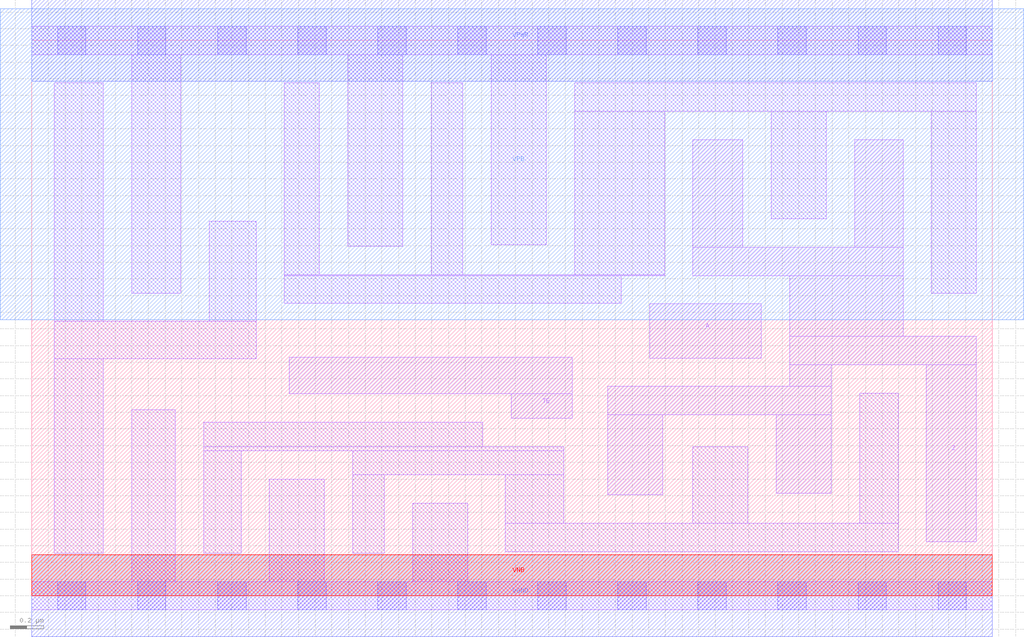
<source format=lef>
# Copyright 2020 The SkyWater PDK Authors
#
# Licensed under the Apache License, Version 2.0 (the "License");
# you may not use this file except in compliance with the License.
# You may obtain a copy of the License at
#
#     https://www.apache.org/licenses/LICENSE-2.0
#
# Unless required by applicable law or agreed to in writing, software
# distributed under the License is distributed on an "AS IS" BASIS,
# WITHOUT WARRANTIES OR CONDITIONS OF ANY KIND, either express or implied.
# See the License for the specific language governing permissions and
# limitations under the License.
#
# SPDX-License-Identifier: Apache-2.0

VERSION 5.7 ;
  NOWIREEXTENSIONATPIN ON ;
  DIVIDERCHAR "/" ;
  BUSBITCHARS "[]" ;
MACRO sky130_fd_sc_lp__einvp_4
  CLASS CORE ;
  FOREIGN sky130_fd_sc_lp__einvp_4 ;
  ORIGIN  0.000000  0.000000 ;
  SIZE  5.760000 BY  3.330000 ;
  SYMMETRY X Y R90 ;
  SITE unit ;
  PIN A
    ANTENNAGATEAREA  1.260000 ;
    DIRECTION INPUT ;
    USE SIGNAL ;
    PORT
      LAYER li1 ;
        RECT 3.705000 1.425000 4.375000 1.750000 ;
    END
  END A
  PIN TE
    ANTENNAGATEAREA  0.819000 ;
    DIRECTION INPUT ;
    USE SIGNAL ;
    PORT
      LAYER li1 ;
        RECT 1.545000 1.210000 3.240000 1.430000 ;
        RECT 2.875000 1.065000 3.240000 1.210000 ;
    END
  END TE
  PIN Z
    ANTENNADIFFAREA  1.520400 ;
    DIRECTION OUTPUT ;
    USE SIGNAL ;
    PORT
      LAYER li1 ;
        RECT 3.455000 0.605000 3.785000 1.085000 ;
        RECT 3.455000 1.085000 4.795000 1.255000 ;
        RECT 3.965000 1.920000 5.225000 2.090000 ;
        RECT 3.965000 2.090000 4.265000 2.735000 ;
        RECT 4.465000 0.615000 4.795000 1.085000 ;
        RECT 4.545000 1.255000 4.795000 1.385000 ;
        RECT 4.545000 1.385000 5.665000 1.555000 ;
        RECT 4.545000 1.555000 5.225000 1.920000 ;
        RECT 4.935000 2.090000 5.225000 2.735000 ;
        RECT 5.365000 0.325000 5.665000 1.385000 ;
    END
  END Z
  PIN VGND
    DIRECTION INOUT ;
    USE GROUND ;
    PORT
      LAYER met1 ;
        RECT 0.000000 -0.245000 5.760000 0.245000 ;
    END
  END VGND
  PIN VNB
    DIRECTION INOUT ;
    USE GROUND ;
    PORT
      LAYER pwell ;
        RECT 0.000000 0.000000 5.760000 0.245000 ;
    END
  END VNB
  PIN VPB
    DIRECTION INOUT ;
    USE POWER ;
    PORT
      LAYER nwell ;
        RECT -0.190000 1.655000 5.950000 3.520000 ;
    END
  END VPB
  PIN VPWR
    DIRECTION INOUT ;
    USE POWER ;
    PORT
      LAYER met1 ;
        RECT 0.000000 3.085000 5.760000 3.575000 ;
    END
  END VPWR
  OBS
    LAYER li1 ;
      RECT 0.000000 -0.085000 5.760000 0.085000 ;
      RECT 0.000000  3.245000 5.760000 3.415000 ;
      RECT 0.135000  0.255000 0.430000 1.420000 ;
      RECT 0.135000  1.420000 1.345000 1.645000 ;
      RECT 0.135000  1.645000 0.430000 3.075000 ;
      RECT 0.600000  0.085000 0.860000 1.115000 ;
      RECT 0.600000  1.815000 0.895000 3.245000 ;
      RECT 1.030000  0.255000 1.255000 0.870000 ;
      RECT 1.030000  0.870000 3.190000 0.895000 ;
      RECT 1.030000  0.895000 2.705000 1.040000 ;
      RECT 1.065000  1.645000 1.345000 2.245000 ;
      RECT 1.425000  0.085000 1.755000 0.700000 ;
      RECT 1.515000  1.755000 3.535000 1.920000 ;
      RECT 1.515000  1.920000 3.795000 1.925000 ;
      RECT 1.515000  1.925000 1.725000 3.075000 ;
      RECT 1.895000  2.095000 2.225000 3.245000 ;
      RECT 1.925000  0.255000 2.115000 0.725000 ;
      RECT 1.925000  0.725000 3.190000 0.870000 ;
      RECT 2.285000  0.085000 2.615000 0.555000 ;
      RECT 2.395000  1.925000 2.585000 3.075000 ;
      RECT 2.755000  2.105000 3.085000 3.245000 ;
      RECT 2.840000  0.265000 5.195000 0.435000 ;
      RECT 2.840000  0.435000 3.190000 0.725000 ;
      RECT 3.255000  1.925000 3.795000 2.905000 ;
      RECT 3.255000  2.905000 5.665000 3.075000 ;
      RECT 3.965000  0.435000 4.295000 0.895000 ;
      RECT 4.435000  2.260000 4.765000 2.905000 ;
      RECT 4.965000  0.435000 5.195000 1.215000 ;
      RECT 5.395000  1.815000 5.665000 2.905000 ;
    LAYER mcon ;
      RECT 0.155000 -0.085000 0.325000 0.085000 ;
      RECT 0.155000  3.245000 0.325000 3.415000 ;
      RECT 0.635000 -0.085000 0.805000 0.085000 ;
      RECT 0.635000  3.245000 0.805000 3.415000 ;
      RECT 1.115000 -0.085000 1.285000 0.085000 ;
      RECT 1.115000  3.245000 1.285000 3.415000 ;
      RECT 1.595000 -0.085000 1.765000 0.085000 ;
      RECT 1.595000  3.245000 1.765000 3.415000 ;
      RECT 2.075000 -0.085000 2.245000 0.085000 ;
      RECT 2.075000  3.245000 2.245000 3.415000 ;
      RECT 2.555000 -0.085000 2.725000 0.085000 ;
      RECT 2.555000  3.245000 2.725000 3.415000 ;
      RECT 3.035000 -0.085000 3.205000 0.085000 ;
      RECT 3.035000  3.245000 3.205000 3.415000 ;
      RECT 3.515000 -0.085000 3.685000 0.085000 ;
      RECT 3.515000  3.245000 3.685000 3.415000 ;
      RECT 3.995000 -0.085000 4.165000 0.085000 ;
      RECT 3.995000  3.245000 4.165000 3.415000 ;
      RECT 4.475000 -0.085000 4.645000 0.085000 ;
      RECT 4.475000  3.245000 4.645000 3.415000 ;
      RECT 4.955000 -0.085000 5.125000 0.085000 ;
      RECT 4.955000  3.245000 5.125000 3.415000 ;
      RECT 5.435000 -0.085000 5.605000 0.085000 ;
      RECT 5.435000  3.245000 5.605000 3.415000 ;
  END
END sky130_fd_sc_lp__einvp_4
END LIBRARY

</source>
